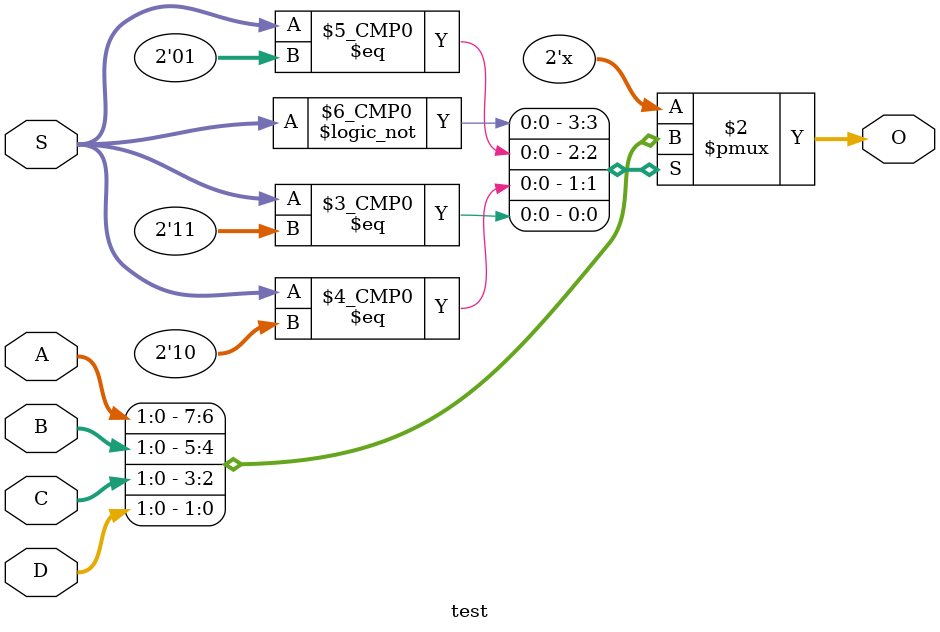
<source format=sv>
module test(
	input logic [1:0] A,
	input logic [1:0] B,
	input logic [1:0] C, 
	input logic [1:0] D,
	input logic [1:0] S,
	output logic [1:0] O
);

	always @(*) begin
		case(S)
			2'b00: O = A;
			2'b01: O = B;
			2'b10: O = C;
			2'b11: O = D;
			default: O = 1'bx;
		endcase
	end

endmodule
</source>
